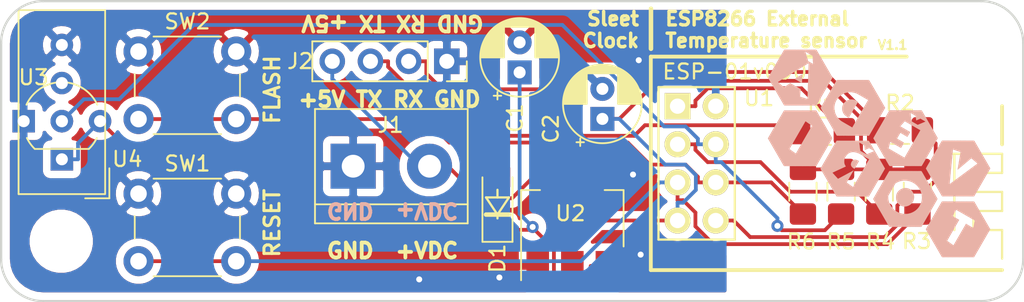
<source format=kicad_pcb>
(kicad_pcb (version 20171130) (host pcbnew "(5.1.2)-1")
  (layers (0 F.Cu signal) (31 B.Cu signal) (34 B.Paste user) (35 F.Paste user) (36 B.SilkS user) (37 F.SilkS user) (38 B.Mask user) (39 F.Mask user) (44 Edge.Cuts user))
  (net 0 "")
  (net 1 GND)
  (net 2 +5V)
  (net 3 "Net-(J2-Pad2)")
  (net 4 "Net-(J2-Pad3)")
  (net 5 "Net-(R1-Pad2)")
  (net 6 "Net-(R2-Pad2)")
  (net 7 "Net-(R3-Pad2)")
  (net 8 +3V3)
  (net 9 "Net-(R4-Pad2)")
  (net 10 "Net-(R5-Pad2)")
  (net 11 "Net-(R6-Pad2)")
  (net 12 "Net-(D1-Pad2)")
  (net 13 "Net-(U4-Pad3)")
  (module Vedatori_logo_component:Vedatori_18mm (layer B.Cu) (at 58.42 10.16 150)
    (fp_text reference . hide)
    (fp_text value . hide)
  )
  (module Package_TO_SOT_THT:TO-92_Inline_Wide (layer F.Cu) (at 1.5 8)
    (fp_text reference U3 (at 0.659 -2.92) (layer F.SilkS))
    (fp_text value DS18B20)
    (pad 1 thru_hole rect (at 0 0 90) (size 1.5 1.5) (drill 0.8) (layers *.Cu *.Mask) (net 1 GND))
    (pad 3 thru_hole circle (at 5.08 0 90) (size 1.5 1.5) (drill 0.8) (layers *.Cu *.Mask) (net 8 +3V3))
    (pad 2 thru_hole circle (at 2.54 0 90) (size 1.5 1.5) (drill 0.8) (layers *.Cu *.Mask) (net 10 "Net-(R5-Pad2)"))
  )
  (module MountingHole:MountingHole_3.2mm_M3 (layer F.Cu) (at 64 4)
    (fp_text reference H2)
    (fp_text value MountingHole)
    (pad 1 np_thru_hole circle (at 0 0) (size 3.2 3.2) (drill 3.2) (layers *.Cu *.Mask))
  )
  (module MountingHole:MountingHole_3.2mm_M3 (layer F.Cu) (at 4 16)
    (fp_text reference H1)
    (fp_text value MountingHole)
    (pad 1 np_thru_hole circle (at 0 0) (size 3.2 3.2) (drill 3.2) (layers *.Cu *.Mask))
  )
  (module Sensor:Aosong_DHT11_5.5x12.0_P2.54mm (layer F.Cu) (at 4.04 10.54 180)
    (fp_text reference U4 (at -4.35 0.012723 180) (layer F.SilkS))
    (fp_text value DHT11)
    (pad 4 thru_hole circle (at 0 7.62 180) (size 1.5 1.5) (drill 0.8) (layers *.Cu *.Mask) (net 1 GND))
    (pad 3 thru_hole circle (at 0 5.08 180) (size 1.5 1.5) (drill 0.8) (layers *.Cu *.Mask) (net 13 "Net-(U4-Pad3)"))
    (pad 2 thru_hole circle (at 0 2.54 180) (size 1.5 1.5) (drill 0.8) (layers *.Cu *.Mask) (net 10 "Net-(R5-Pad2)"))
    (pad 1 thru_hole rect (at 0 0 180) (size 1.5 1.5) (drill 0.8) (layers *.Cu *.Mask) (net 8 +3V3))
  )
  (module Resistor_SMD:R_1206_3216Metric_Pad1.42x1.75mm_HandSolder (layer F.Cu) (at 53.34 12.7 270)
    (fp_text reference R6 (at 3.3274 0.1016 180) (layer F.SilkS))
    (fp_text value 4K7)
    (pad 2 smd roundrect (at 1.4875 0 270) (size 1.425 1.75) (layers F.Cu F.Paste F.Mask) (roundrect_rratio 0.175439) (net 11 "Net-(R6-Pad2)"))
    (pad 1 smd roundrect (at -1.4875 0 270) (size 1.425 1.75) (layers F.Cu F.Paste F.Mask) (roundrect_rratio 0.175439) (net 8 +3V3))
  )
  (module Resistor_SMD:R_1206_3216Metric_Pad1.42x1.75mm_HandSolder (layer F.Cu) (at 55.88 12.7 270)
    (fp_text reference R5 (at 3.3274 0 180) (layer F.SilkS))
    (fp_text value 4K7)
    (pad 2 smd roundrect (at 1.4875 0 270) (size 1.425 1.75) (layers F.Cu F.Paste F.Mask) (roundrect_rratio 0.175439) (net 10 "Net-(R5-Pad2)"))
    (pad 1 smd roundrect (at -1.4875 0 270) (size 1.425 1.75) (layers F.Cu F.Paste F.Mask) (roundrect_rratio 0.175439) (net 8 +3V3))
  )
  (module Resistor_SMD:R_1206_3216Metric_Pad1.42x1.75mm_HandSolder (layer F.Cu) (at 58.42 12.7 270)
    (fp_text reference R4 (at 3.3274 -0.0762) (layer F.SilkS))
    (fp_text value 4K7)
    (pad 2 smd roundrect (at 1.4875 0 270) (size 1.425 1.75) (layers F.Cu F.Paste F.Mask) (roundrect_rratio 0.175439) (net 9 "Net-(R4-Pad2)"))
    (pad 1 smd roundrect (at -1.4875 0 270) (size 1.425 1.75) (layers F.Cu F.Paste F.Mask) (roundrect_rratio 0.175439) (net 8 +3V3))
  )
  (module Resistor_SMD:R_1206_3216Metric_Pad1.42x1.75mm_HandSolder (layer F.Cu) (at 60.96 12.7 270)
    (fp_text reference R3 (at 3.302 0.0508 180) (layer F.SilkS))
    (fp_text value 4K7)
    (pad 2 smd roundrect (at 1.4875 0 270) (size 1.425 1.75) (layers F.Cu F.Paste F.Mask) (roundrect_rratio 0.175439) (net 7 "Net-(R3-Pad2)"))
    (pad 1 smd roundrect (at -1.4875 0 270) (size 1.425 1.75) (layers F.Cu F.Paste F.Mask) (roundrect_rratio 0.175439) (net 8 +3V3))
  )
  (module Resistor_SMD:R_1206_3216Metric_Pad1.42x1.75mm_HandSolder (layer F.Cu) (at 59.8004 8.6048)
    (fp_text reference R2 (at 0 -1.82) (layer F.SilkS))
    (fp_text value 330R)
    (pad 2 smd roundrect (at 1.4875 0) (size 1.425 1.75) (layers F.Cu F.Paste F.Mask) (roundrect_rratio 0.175439) (net 6 "Net-(R2-Pad2)"))
    (pad 1 smd roundrect (at -1.4875 0) (size 1.425 1.75) (layers F.Cu F.Paste F.Mask) (roundrect_rratio 0.175439) (net 3 "Net-(J2-Pad2)"))
  )
  (module Resistor_SMD:R_1206_3216Metric_Pad1.42x1.75mm_HandSolder (layer F.Cu) (at 54.6104 8.6648)
    (fp_text reference R1 (at 0 -1.82) (layer F.SilkS))
    (fp_text value 330R)
    (pad 2 smd roundrect (at 1.4875 0) (size 1.425 1.75) (layers F.Cu F.Paste F.Mask) (roundrect_rratio 0.175439) (net 5 "Net-(R1-Pad2)"))
    (pad 1 smd roundrect (at -1.4875 0) (size 1.425 1.75) (layers F.Cu F.Paste F.Mask) (roundrect_rratio 0.175439) (net 4 "Net-(J2-Pad3)"))
  )
  (module ESP8266:ESP-01 (layer F.Cu) (at 45 7)
    (fp_text reference U1 (at 5.419 -0.523) (layer F.SilkS))
    (fp_text value ESP-01v090 (at 3.81 -2.301) (layer F.SilkS))
    (pad 8 thru_hole oval (at 2.54 7.62) (size 1.7272 1.7272) (drill 1.016) (layers *.Cu *.Mask F.SilkS) (net 6 "Net-(R2-Pad2)"))
    (pad 7 thru_hole oval (at 0 7.62) (size 1.7272 1.7272) (drill 1.016) (layers *.Cu *.Mask F.SilkS) (net 8 +3V3))
    (pad 6 thru_hole oval (at 2.54 5.08) (size 1.7272 1.7272) (drill 1.016) (layers *.Cu *.Mask F.SilkS) (net 11 "Net-(R6-Pad2)"))
    (pad 5 thru_hole oval (at 0 5.08) (size 1.7272 1.7272) (drill 1.016) (layers *.Cu *.Mask F.SilkS) (net 7 "Net-(R3-Pad2)"))
    (pad 4 thru_hole oval (at 2.54 2.54) (size 1.7272 1.7272) (drill 1.016) (layers *.Cu *.Mask F.SilkS) (net 10 "Net-(R5-Pad2)"))
    (pad 3 thru_hole oval (at 0 2.54) (size 1.7272 1.7272) (drill 1.016) (layers *.Cu *.Mask F.SilkS) (net 9 "Net-(R4-Pad2)"))
    (pad 2 thru_hole oval (at 2.54 0) (size 1.7272 1.7272) (drill 1.016) (layers *.Cu *.Mask F.SilkS) (net 1 GND))
    (pad 1 thru_hole rect (at 0 0) (size 1.7272 1.7272) (drill 1.016) (layers *.Cu *.Mask F.SilkS) (net 5 "Net-(R1-Pad2)"))
  )
  (module Button_Switch_THT:SW_PUSH_6mm (layer F.Cu) (at 9.14 12.83)
    (fp_text reference SW1 (at 3.25 -2) (layer F.SilkS))
    (fp_text value RESET (at 8.89 1.96 -90) (layer F.SilkS) (effects (font (thickness 0.2))))
    (pad 1 thru_hole circle (at 6.5 0 90) (size 2 2) (drill 1.1) (layers *.Cu *.Mask) (net 1 GND))
    (pad 2 thru_hole circle (at 6.5 4.5 90) (size 2 2) (drill 1.1) (layers *.Cu *.Mask) (net 7 "Net-(R3-Pad2)"))
    (pad 1 thru_hole circle (at 0 0 90) (size 2 2) (drill 1.1) (layers *.Cu *.Mask) (net 1 GND))
    (pad 2 thru_hole circle (at 0 4.5 90) (size 2 2) (drill 1.1) (layers *.Cu *.Mask) (net 7 "Net-(R3-Pad2)"))
  )
  (module Button_Switch_THT:SW_PUSH_6mm (layer F.Cu) (at 9.14 3.36)
    (fp_text reference SW2 (at 3.25 -2) (layer F.SilkS))
    (fp_text value FLASH (at 8.89 2.54 -90) (layer F.SilkS) (effects (font (thickness 0.2))))
    (pad 1 thru_hole circle (at 6.5 0 90) (size 2 2) (drill 1.1) (layers *.Cu *.Mask) (net 1 GND))
    (pad 2 thru_hole circle (at 6.5 4.5 90) (size 2 2) (drill 1.1) (layers *.Cu *.Mask) (net 11 "Net-(R6-Pad2)"))
    (pad 1 thru_hole circle (at 0 0 90) (size 2 2) (drill 1.1) (layers *.Cu *.Mask) (net 1 GND))
    (pad 2 thru_hole circle (at 0 4.5 90) (size 2 2) (drill 1.1) (layers *.Cu *.Mask) (net 11 "Net-(R6-Pad2)"))
  )
  (module Package_TO_SOT_SMD:SOT-223-3_TabPin2 (layer F.Cu) (at 38 14.5 90)
    (fp_text reference U2 (at 0.356 -0.127 180) (layer F.SilkS))
    (fp_text value AMS1117-3.3)
    (pad 1 smd rect (at -3.15 -2.3 90) (size 2 1.5) (layers F.Cu F.Paste F.Mask) (net 1 GND))
    (pad 3 smd rect (at -3.15 2.3 90) (size 2 1.5) (layers F.Cu F.Paste F.Mask) (net 2 +5V))
    (pad 2 smd rect (at -3.15 0 90) (size 2 1.5) (layers F.Cu F.Paste F.Mask) (net 8 +3V3))
    (pad 2 smd rect (at 3.15 0 90) (size 2 3.8) (layers F.Cu F.Paste F.Mask) (net 8 +3V3))
  )
  (module Capacitor_THT:CP_Radial_D5.0mm_P2.00mm (layer F.Cu) (at 34.4932 4.7498 90)
    (fp_text reference C1 (at -3.048 -0.3048 90) (layer F.SilkS))
    (fp_text value 10uF)
    (pad 2 thru_hole circle (at 2 0 90) (size 1.6 1.6) (drill 0.8) (layers *.Cu *.Mask) (net 1 GND))
    (pad 1 thru_hole rect (at 0 0 90) (size 1.6 1.6) (drill 0.8) (layers *.Cu *.Mask) (net 2 +5V))
  )
  (module Capacitor_THT:CP_Radial_D5.0mm_P2.00mm (layer F.Cu) (at 40 7.8486 90)
    (fp_text reference C2 (at -0.6604 -3.424 90) (layer F.SilkS))
    (fp_text value 22uF)
    (pad 2 thru_hole circle (at 2 0 90) (size 1.6 1.6) (drill 0.8) (layers *.Cu *.Mask) (net 1 GND))
    (pad 1 thru_hole rect (at 0 0 90) (size 1.6 1.6) (drill 0.8) (layers *.Cu *.Mask) (net 8 +3V3))
  )
  (module Connector_PinSocket_2.54mm:PinSocket_1x04_P2.54mm_Vertical (layer F.Cu) (at 29.65 4.01 270)
    (fp_text reference J2 (at -0.007828 9.758519) (layer F.SilkS))
    (fp_text value Flash_connector)
    (pad 4 thru_hole oval (at 0 7.62 270) (size 1.7 1.7) (drill 1) (layers *.Cu *.Mask) (net 12 "Net-(D1-Pad2)"))
    (pad 3 thru_hole oval (at 0 5.08 270) (size 1.7 1.7) (drill 1) (layers *.Cu *.Mask) (net 4 "Net-(J2-Pad3)"))
    (pad 2 thru_hole oval (at 0 2.54 270) (size 1.7 1.7) (drill 1) (layers *.Cu *.Mask) (net 3 "Net-(J2-Pad2)"))
    (pad 1 thru_hole rect (at 0 0 270) (size 1.7 1.7) (drill 1) (layers *.Cu *.Mask) (net 1 GND))
  )
  (module Diode_SMD:D_MiniMELF (layer F.Cu) (at 33.02 13.49 90)
    (fp_text reference D1 (at -3.655 0 90) (layer F.SilkS))
    (fp_text value LM5819)
    (pad 2 smd rect (at 1.75 0 90) (size 1.3 1.7) (layers F.Cu F.Paste F.Mask) (net 12 "Net-(D1-Pad2)"))
    (pad 1 smd rect (at -1.75 0 90) (size 1.3 1.7) (layers F.Cu F.Paste F.Mask) (net 2 +5V))
  )
  (module TerminalBlock:TerminalBlock_bornier-2_P5.08mm (layer F.Cu) (at 23.42 11)
    (fp_text reference J1 (at 2.488 -2.745) (layer F.SilkS))
    (fp_text value Power_connector)
    (pad 2 thru_hole circle (at 5.08 0) (size 3 3) (drill 1.52) (layers *.Cu *.Mask) (net 12 "Net-(D1-Pad2)"))
    (pad 1 thru_hole rect (at 0 0) (size 3 3) (drill 1.52) (layers *.Cu *.Mask) (net 1 GND))
  )
  (gr_arc (start 65.2018 17.1958) (end 65.2018 19.9898) (angle -90) (layer Edge.Cuts) (width 0.15))
  (gr_arc (start 2.794 17.1958) (end 0 17.1958) (angle -90) (layer Edge.Cuts) (width 0.15))
  (gr_arc (start 2.794 2.794) (end 2.794 0) (angle -90) (layer Edge.Cuts) (width 0.15))
  (gr_arc (start 65.2018 2.794) (end 67.9958 2.794) (angle -90) (layer Edge.Cuts) (width 0.15))
  (gr_line (start 33.02 14.478) (end 33.02 14.224) (layer F.SilkS) (width 0.15))
  (gr_line (start 33.02 13.081) (end 33.02 12.573) (layer F.SilkS) (width 0.15))
  (gr_line (start 32.258 13.081) (end 33.02 14.224) (layer F.SilkS) (width 0.15))
  (gr_line (start 33.782 13.081) (end 32.258 13.081) (layer F.SilkS) (width 0.15))
  (gr_line (start 33.02 14.224) (end 33.782 13.081) (layer F.SilkS) (width 0.15))
  (gr_line (start 32.258 14.224) (end 33.782 14.224) (layer F.SilkS) (width 0.3))
  (gr_text "Sleet\nClock" (at 42.545 1.905) (layer F.SilkS) (effects (font (size 0.9 0.9) (thickness 0.225)) (justify right)))
  (gr_line (start 43.2308 0.508) (end 43.2308 3.175) (layer F.SilkS) (width 0.3))
  (gr_text V1.1 (at 59.309 2.921) (layer F.SilkS) (effects (font (size 0.6 0.6))))
  (gr_text "ESP8266 External\nTemperature sensor" (at 44.069 1.905) (layer F.SilkS) (effects (font (size 0.9 0.9) (thickness 0.225)) (justify left)))
  (gr_text "GND  +VDC" (at 26.035 16.637) (layer F.SilkS) (effects (font (size 1 1) (thickness 0.25))))
  (gr_line (start 0 17.1958) (end 0 2.794) (layer Edge.Cuts) (width 0.15))
  (gr_line (start 65.2018 19.9898) (end 2.794 19.9898) (layer Edge.Cuts) (width 0.15))
  (gr_line (start 67.9958 2.794) (end 67.9958 17.1958) (layer Edge.Cuts) (width 0.15))
  (gr_line (start 2.794 0) (end 65.2018 0) (layer Edge.Cuts) (width 0.15))
  (gr_text "GND  +VDC" (at 26.035 13.97 180) (layer B.SilkS) (effects (font (size 1 1) (thickness 0.25)) (justify mirror)))
  (gr_text "GND RX TX +5V" (at 26.035 1.47 180) (layer F.SilkS) (effects (font (size 1 1) (thickness 0.25))))
  (gr_text "+5V TX RX GND" (at 25.84 6.55) (layer F.SilkS) (effects (font (size 1 1) (thickness 0.25))))
  (via (at 33.147 18.415) (size 0.8) (drill 0.4) (layers F.Cu B.Cu) (net 1))
  (via (at 27.813 18.542) (size 0.8) (drill 0.4) (layers F.Cu B.Cu) (net 1))
  (via (at 42.037 11.557) (size 0.8) (drill 0.4) (layers F.Cu B.Cu) (net 1))
  (via (at 42.545 16.891) (size 0.8) (drill 0.4) (layers F.Cu B.Cu) (net 1))
  (via (at 42.418 3.937) (size 0.8) (drill 0.4) (layers F.Cu B.Cu) (net 1))
  (segment (start 40.3 17.65) (end 39.2247 17.65) (width 0.25) (layer F.Cu) (net 2))
  (segment (start 35.3598 15.24) (end 35.5001 15.24) (width 0.25) (layer F.Cu) (net 2))
  (segment (start 35.5001 15.24) (end 36.7754 16.5153) (width 0.25) (layer F.Cu) (net 2))
  (segment (start 36.7754 16.5153) (end 36.7754 18.7161) (width 0.25) (layer F.Cu) (net 2))
  (segment (start 36.7754 18.7161) (end 37.0347 18.9754) (width 0.25) (layer F.Cu) (net 2))
  (segment (start 37.0347 18.9754) (end 38.9746 18.9754) (width 0.25) (layer F.Cu) (net 2))
  (segment (start 38.9746 18.9754) (end 39.2247 18.7253) (width 0.25) (layer F.Cu) (net 2))
  (segment (start 39.2247 18.7253) (end 39.2247 17.65) (width 0.25) (layer F.Cu) (net 2))
  (segment (start 33.02 15.24) (end 35.3598 15.24) (width 0.25) (layer F.Cu) (net 2))
  (segment (start 35.3598 15.0505) (end 35.3598 15.24) (width 0.25) (layer F.Cu) (net 2))
  (segment (start 34.4932 4.7498) (end 34.4932 14.1839) (width 0.25) (layer B.Cu) (net 2))
  (segment (start 34.4932 14.1839) (end 35.3598 15.0505) (width 0.25) (layer B.Cu) (net 2))
  (via (at 35.3598 15.0505) (size 0.8) (layers F.Cu B.Cu) (net 2))
  (segment (start 58.3129 8.6048) (end 58.3129 8.2477) (width 0.25) (layer F.Cu) (net 3))
  (segment (start 58.3129 8.2477) (end 54.7883 4.7231) (width 0.25) (layer F.Cu) (net 3))
  (segment (start 54.7883 4.7231) (end 38.2441 4.7231) (width 0.25) (layer F.Cu) (net 3))
  (segment (start 38.2441 4.7231) (end 37.092 5.8752) (width 0.25) (layer F.Cu) (net 3))
  (segment (start 37.092 5.8752) (end 29.3425 5.8752) (width 0.25) (layer F.Cu) (net 3))
  (segment (start 29.3425 5.8752) (end 28.2853 4.818) (width 0.25) (layer F.Cu) (net 3))
  (segment (start 28.2853 4.818) (end 28.2853 4.01) (width 0.25) (layer F.Cu) (net 3))
  (segment (start 27.11 4.01) (end 28.2853 4.01) (width 0.25) (layer F.Cu) (net 3))
  (segment (start 24.57 4.01) (end 25.7453 4.01) (width 0.25) (layer F.Cu) (net 4))
  (segment (start 25.7453 4.01) (end 25.7453 4.3773) (width 0.25) (layer F.Cu) (net 4))
  (segment (start 25.7453 4.3773) (end 30.342 8.974) (width 0.25) (layer F.Cu) (net 4))
  (segment (start 30.342 8.974) (end 42.1275 8.974) (width 0.25) (layer F.Cu) (net 4))
  (segment (start 42.1275 8.974) (end 42.8315 8.27) (width 0.25) (layer F.Cu) (net 4))
  (segment (start 42.8315 8.27) (end 52.7281 8.27) (width 0.25) (layer F.Cu) (net 4))
  (segment (start 52.7281 8.27) (end 53.1229 8.6648) (width 0.25) (layer F.Cu) (net 4))
  (segment (start 45 7) (end 46.1889 7) (width 0.25) (layer F.Cu) (net 5))
  (segment (start 46.1889 7) (end 46.1889 6.6285) (width 0.25) (layer F.Cu) (net 5))
  (segment (start 46.1889 6.6285) (end 47.0074 5.81) (width 0.25) (layer F.Cu) (net 5))
  (segment (start 47.0074 5.81) (end 53.2431 5.81) (width 0.25) (layer F.Cu) (net 5))
  (segment (start 53.2431 5.81) (end 56.0979 8.6648) (width 0.25) (layer F.Cu) (net 5))
  (segment (start 47.54 14.62) (end 48.7289 14.62) (width 0.25) (layer F.Cu) (net 6))
  (segment (start 48.7289 14.62) (end 49.8315 15.7226) (width 0.25) (layer F.Cu) (net 6))
  (segment (start 49.8315 15.7226) (end 58.788 15.7226) (width 0.25) (layer F.Cu) (net 6))
  (segment (start 58.788 15.7226) (end 59.6214 14.8892) (width 0.25) (layer F.Cu) (net 6))
  (segment (start 59.6214 14.8892) (end 59.6214 13.6237) (width 0.25) (layer F.Cu) (net 6))
  (segment (start 59.6214 13.6237) (end 60.5451 12.7) (width 0.25) (layer F.Cu) (net 6))
  (segment (start 60.5451 12.7) (end 61.4068 12.7) (width 0.25) (layer F.Cu) (net 6))
  (segment (start 61.4068 12.7) (end 62.1714 11.9354) (width 0.25) (layer F.Cu) (net 6))
  (segment (start 62.1714 11.9354) (end 62.1714 9.4883) (width 0.25) (layer F.Cu) (net 6))
  (segment (start 62.1714 9.4883) (end 61.2879 8.6048) (width 0.25) (layer F.Cu) (net 6))
  (segment (start 45 12.08) (end 45 13.2689) (width 0.25) (layer F.Cu) (net 7))
  (segment (start 45 13.2689) (end 45.3716 13.2689) (width 0.25) (layer F.Cu) (net 7))
  (segment (start 45.3716 13.2689) (end 46.1889 14.0862) (width 0.25) (layer F.Cu) (net 7))
  (segment (start 46.1889 14.0862) (end 46.1889 15.0066) (width 0.25) (layer F.Cu) (net 7))
  (segment (start 46.1889 15.0066) (end 47.376 16.1937) (width 0.25) (layer F.Cu) (net 7))
  (segment (start 47.376 16.1937) (end 58.9538 16.1937) (width 0.25) (layer F.Cu) (net 7))
  (segment (start 58.9538 16.1937) (end 60.96 14.1875) (width 0.25) (layer F.Cu) (net 7))
  (segment (start 45 12.08) (end 43.8111 12.08) (width 0.25) (layer B.Cu) (net 7))
  (segment (start 15.64 17.33) (end 38.5611 17.33) (width 0.25) (layer B.Cu) (net 7))
  (segment (start 38.5611 17.33) (end 43.8111 12.08) (width 0.25) (layer B.Cu) (net 7))
  (segment (start 9.14 17.33) (end 15.64 17.33) (width 0.25) (layer F.Cu) (net 7))
  (segment (start 40.2253 14.62) (end 39.7047 14.62) (width 0.25) (layer F.Cu) (net 8))
  (segment (start 39.7047 14.62) (end 38 16.3247) (width 0.25) (layer F.Cu) (net 8))
  (segment (start 45 14.62) (end 40.2253 14.62) (width 0.25) (layer F.Cu) (net 8))
  (segment (start 40.2253 14.62) (end 40.2253 11.35) (width 0.25) (layer F.Cu) (net 8))
  (segment (start 38 11.35) (end 40.2253 11.35) (width 0.25) (layer F.Cu) (net 8))
  (segment (start 4.04 10.54) (end 5.1153 10.54) (width 0.25) (layer B.Cu) (net 8))
  (segment (start 5.1153 10.54) (end 5.1153 9.4647) (width 0.25) (layer B.Cu) (net 8))
  (segment (start 5.1153 9.4647) (end 6.58 8) (width 0.25) (layer B.Cu) (net 8))
  (segment (start 38 11.35) (end 35.7747 11.35) (width 0.25) (layer F.Cu) (net 8))
  (segment (start 35.7747 11.35) (end 33.9823 13.1424) (width 0.25) (layer F.Cu) (net 8))
  (segment (start 33.9823 13.1424) (end 19.048 13.1424) (width 0.25) (layer F.Cu) (net 8))
  (segment (start 19.048 13.1424) (end 16.1956 10.29) (width 0.25) (layer F.Cu) (net 8))
  (segment (start 16.1956 10.29) (end 8.87 10.29) (width 0.25) (layer F.Cu) (net 8))
  (segment (start 8.87 10.29) (end 6.58 8) (width 0.25) (layer F.Cu) (net 8))
  (segment (start 45 14.62) (end 45 13.4311) (width 0.25) (layer B.Cu) (net 8))
  (segment (start 40 7.8486) (end 41.1253 7.8486) (width 0.25) (layer B.Cu) (net 8))
  (segment (start 41.1253 7.8486) (end 44.1677 10.891) (width 0.25) (layer B.Cu) (net 8))
  (segment (start 44.1677 10.891) (end 45.5143 10.891) (width 0.25) (layer B.Cu) (net 8))
  (segment (start 45.5143 10.891) (end 46.2163 11.593) (width 0.25) (layer B.Cu) (net 8))
  (segment (start 46.2163 11.593) (end 46.2163 12.5843) (width 0.25) (layer B.Cu) (net 8))
  (segment (start 46.2163 12.5843) (end 45.3695 13.4311) (width 0.25) (layer B.Cu) (net 8))
  (segment (start 45.3695 13.4311) (end 45 13.4311) (width 0.25) (layer B.Cu) (net 8))
  (segment (start 40 7.8486) (end 41.1253 7.8486) (width 0.25) (layer F.Cu) (net 8))
  (segment (start 41.1253 7.8486) (end 43.6622 5.3117) (width 0.25) (layer F.Cu) (net 8))
  (segment (start 43.6622 5.3117) (end 54.7015 5.3117) (width 0.25) (layer F.Cu) (net 8))
  (segment (start 54.7015 5.3117) (end 57.2054 7.8156) (width 0.25) (layer F.Cu) (net 8))
  (segment (start 57.2054 7.8156) (end 57.2054 9.9979) (width 0.25) (layer F.Cu) (net 8))
  (segment (start 57.2054 9.9979) (end 58.42 11.2125) (width 0.25) (layer F.Cu) (net 8))
  (segment (start 38 17.65) (end 38 16.3247) (width 0.25) (layer F.Cu) (net 8))
  (segment (start 55.88 11.2125) (end 53.34 11.2125) (width 0.25) (layer F.Cu) (net 8))
  (segment (start 58.42 11.2125) (end 55.88 11.2125) (width 0.25) (layer F.Cu) (net 8))
  (segment (start 60.96 11.2125) (end 58.42 11.2125) (width 0.25) (layer F.Cu) (net 8))
  (segment (start 45 9.54) (end 46.1889 9.54) (width 0.25) (layer F.Cu) (net 9))
  (segment (start 46.1889 9.54) (end 46.1889 9.9116) (width 0.25) (layer F.Cu) (net 9))
  (segment (start 46.1889 9.9116) (end 47.0062 10.7289) (width 0.25) (layer F.Cu) (net 9))
  (segment (start 47.0062 10.7289) (end 50.5183 10.7289) (width 0.25) (layer F.Cu) (net 9))
  (segment (start 50.5183 10.7289) (end 52.4894 12.7) (width 0.25) (layer F.Cu) (net 9))
  (segment (start 52.4894 12.7) (end 56.9325 12.7) (width 0.25) (layer F.Cu) (net 9))
  (segment (start 56.9325 12.7) (end 58.42 14.1875) (width 0.25) (layer F.Cu) (net 9))
  (segment (start 51.6438 14.9764) (end 51.9357 15.2683) (width 0.25) (layer F.Cu) (net 10))
  (segment (start 51.9357 15.2683) (end 54.7992 15.2683) (width 0.25) (layer F.Cu) (net 10))
  (segment (start 54.7992 15.2683) (end 55.88 14.1875) (width 0.25) (layer F.Cu) (net 10))
  (segment (start 47.54 10.7289) (end 47.9115 10.7289) (width 0.25) (layer B.Cu) (net 10))
  (segment (start 47.9115 10.7289) (end 51.6438 14.4612) (width 0.25) (layer B.Cu) (net 10))
  (segment (start 51.6438 14.4612) (end 51.6438 14.9764) (width 0.25) (layer B.Cu) (net 10))
  (segment (start 47.54 9.54) (end 46.3511 9.54) (width 0.25) (layer B.Cu) (net 10))
  (segment (start 47.54 9.54) (end 47.54 10.7289) (width 0.25) (layer B.Cu) (net 10))
  (segment (start 4.04 8) (end 5.5046 6.5354) (width 0.25) (layer B.Cu) (net 10))
  (segment (start 5.5046 6.5354) (end 7.8594 6.5354) (width 0.25) (layer B.Cu) (net 10))
  (segment (start 7.8594 6.5354) (end 12.805 1.5898) (width 0.25) (layer B.Cu) (net 10))
  (segment (start 12.805 1.5898) (end 37.3406 1.5898) (width 0.25) (layer B.Cu) (net 10))
  (segment (start 37.3406 1.5898) (end 44.1019 8.3511) (width 0.25) (layer B.Cu) (net 10))
  (segment (start 44.1019 8.3511) (end 45.5338 8.3511) (width 0.25) (layer B.Cu) (net 10))
  (segment (start 45.5338 8.3511) (end 46.3511 9.1684) (width 0.25) (layer B.Cu) (net 10))
  (segment (start 46.3511 9.1684) (end 46.3511 9.54) (width 0.25) (layer B.Cu) (net 10))
  (via (at 51.6438 14.9764) (size 0.8) (layers F.Cu B.Cu) (net 10))
  (segment (start 47.54 12.08) (end 46.3511 12.08) (width 0.25) (layer F.Cu) (net 11))
  (segment (start 15.64 7.86) (end 28.2492 7.86) (width 0.25) (layer F.Cu) (net 11))
  (segment (start 28.2492 7.86) (end 29.8136 9.4244) (width 0.25) (layer F.Cu) (net 11))
  (segment (start 29.8136 9.4244) (end 41.6875 9.4244) (width 0.25) (layer F.Cu) (net 11))
  (segment (start 41.6875 9.4244) (end 43.1542 10.8911) (width 0.25) (layer F.Cu) (net 11))
  (segment (start 43.1542 10.8911) (end 45.5338 10.8911) (width 0.25) (layer F.Cu) (net 11))
  (segment (start 45.5338 10.8911) (end 46.3511 11.7084) (width 0.25) (layer F.Cu) (net 11))
  (segment (start 46.3511 11.7084) (end 46.3511 12.08) (width 0.25) (layer F.Cu) (net 11))
  (segment (start 9.14 7.86) (end 15.64 7.86) (width 0.25) (layer F.Cu) (net 11))
  (segment (start 47.54 12.08) (end 51.2325 12.08) (width 0.25) (layer F.Cu) (net 11))
  (segment (start 51.2325 12.08) (end 53.34 14.1875) (width 0.25) (layer F.Cu) (net 11))
  (segment (start 22.03 4.01) (end 22.03 5.1853) (width 0.25) (layer B.Cu) (net 12))
  (segment (start 28.5 11) (end 27.2747 11) (width 0.25) (layer B.Cu) (net 12))
  (segment (start 27.2747 11) (end 27.2747 10.43) (width 0.25) (layer B.Cu) (net 12))
  (segment (start 27.2747 10.43) (end 22.03 5.1853) (width 0.25) (layer B.Cu) (net 12))
  (segment (start 28.5 11) (end 29.7253 11) (width 0.25) (layer F.Cu) (net 12))
  (segment (start 33.02 11.74) (end 30.4653 11.74) (width 0.25) (layer F.Cu) (net 12))
  (segment (start 30.4653 11.74) (end 29.7253 11) (width 0.25) (layer F.Cu) (net 12))
  (zone (net 1) (net_name GND) (layer B.Cu) (connect_pads (clearance 0.508)) (min_thickness 0.254) (fill yes (arc_segments 32) (thermal_gap 0.508) (thermal_bridge_width 0.508))
    (polygon (pts (xy 48.26 0) (xy 0 0) (xy 0 20) (xy 48.26 20)))
  )
  (zone (net 1) (net_name GND) (layer F.Cu) (connect_pads (clearance 0.508)) (min_thickness 0.254) (fill yes (arc_segments 32) (thermal_gap 0.508) (thermal_bridge_width 0.508))
    (polygon (pts (xy 0 0) (xy 48.26 0) (xy 48.26 20) (xy 0 20)))
  )
)
</source>
